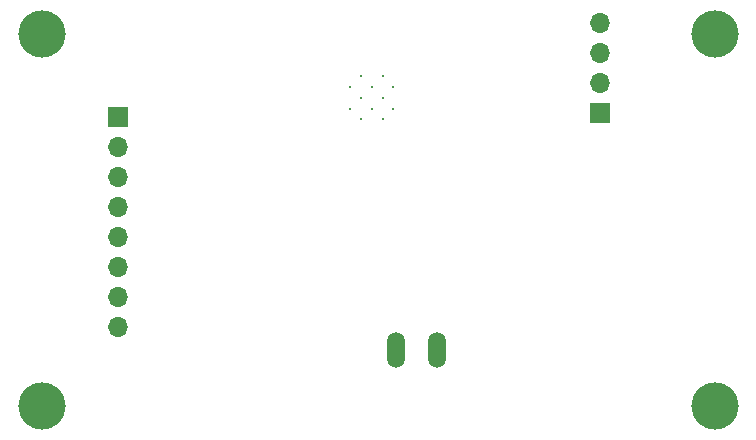
<source format=gbs>
G04 #@! TF.GenerationSoftware,KiCad,Pcbnew,(5.1.7-0-10_14)*
G04 #@! TF.CreationDate,2021-04-09T21:32:17+02:00*
G04 #@! TF.ProjectId,LEDbarPCB,4c454462-6172-4504-9342-2e6b69636164,rev?*
G04 #@! TF.SameCoordinates,Original*
G04 #@! TF.FileFunction,Soldermask,Bot*
G04 #@! TF.FilePolarity,Negative*
%FSLAX46Y46*%
G04 Gerber Fmt 4.6, Leading zero omitted, Abs format (unit mm)*
G04 Created by KiCad (PCBNEW (5.1.7-0-10_14)) date 2021-04-09 21:32:17*
%MOMM*%
%LPD*%
G01*
G04 APERTURE LIST*
%ADD10C,0.300000*%
%ADD11O,1.700000X1.700000*%
%ADD12R,1.700000X1.700000*%
%ADD13O,1.506220X3.014980*%
%ADD14C,4.000000*%
G04 APERTURE END LIST*
D10*
X143284500Y-46825000D03*
X145119500Y-46825000D03*
X142367000Y-47742500D03*
X144202000Y-47742500D03*
X146037000Y-47742500D03*
X143284500Y-48660000D03*
X145119500Y-48660000D03*
X142367000Y-49577500D03*
X144202000Y-49577500D03*
X146037000Y-49577500D03*
X143284500Y-50495000D03*
X145119500Y-50495000D03*
D11*
X163530000Y-42310000D03*
X163530000Y-44850000D03*
X163530000Y-47390000D03*
D12*
X163530000Y-49930000D03*
D13*
X146252480Y-70000000D03*
X149747520Y-70000000D03*
D12*
X122750000Y-50260000D03*
D11*
X122750000Y-52800000D03*
X122750000Y-55340000D03*
X122750000Y-57880000D03*
X122750000Y-60420000D03*
X122750000Y-62960000D03*
X122750000Y-65500000D03*
X122750000Y-68040000D03*
D14*
X116250000Y-43250000D03*
X116250000Y-74750000D03*
X173250000Y-43250000D03*
X173250000Y-74750000D03*
M02*

</source>
